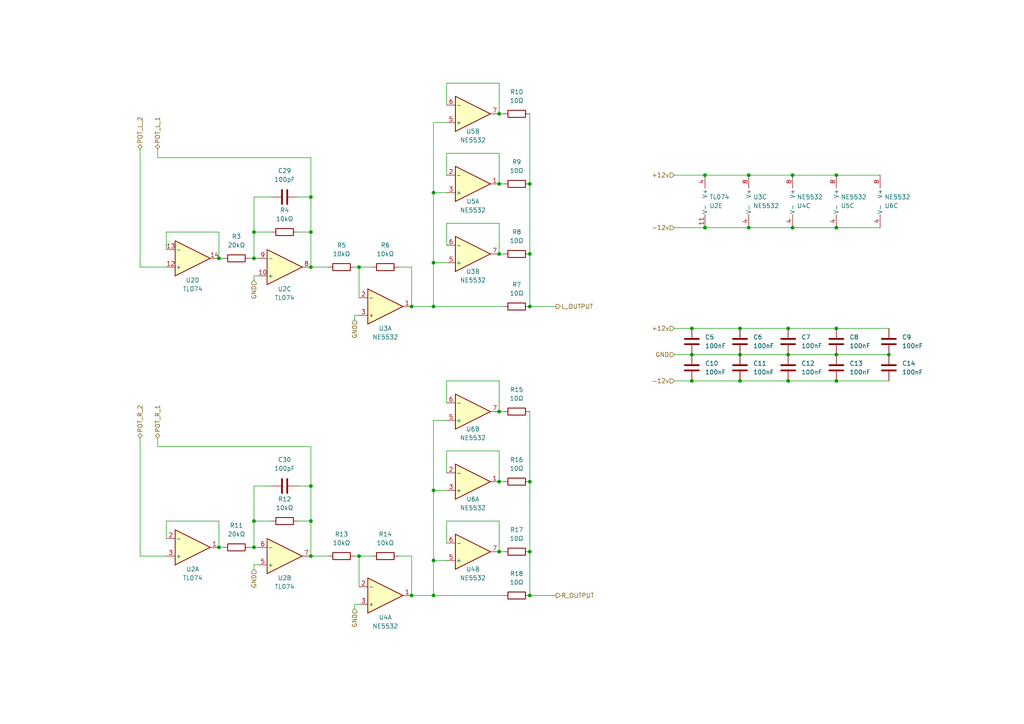
<source format=kicad_sch>
(kicad_sch (version 20250114) (generator "eeschema") (generator_version "9.0")
  (paper "A4")
  (title_block (title "Output") (date "2024-03-18") (rev "v1.1") (company "Free Modular"))
  (lib_symbols
    (symbol "Amplifier_Operational:NE5532" (pin_names (offset 0.127))
      (property "Reference" "U" (at 0 5.08 0))
      (property "Value" "NE5532" (at 0 -5.08 0))
      (symbol "NE5532_1_1"
        (polyline (pts (xy -5.08 5.08) (xy 5.08 0) (xy -5.08 -5.08) (xy -5.08 5.08)) (stroke (width 0.254)) (fill (type background)))
        (pin input line (at -7.62 2.54 0) (length 2.54) (name "+") (number "3"))
        (pin input line (at -7.62 -2.54 0) (length 2.54) (name "-") (number "2"))
        (pin output line (at 7.62 0 180) (length 2.54) (name "~") (number "1"))
      )
      (symbol "NE5532_2_1"
        (polyline (pts (xy -5.08 5.08) (xy 5.08 0) (xy -5.08 -5.08) (xy -5.08 5.08)) (stroke (width 0.254)) (fill (type background)))
        (pin input line (at -7.62 2.54 0) (length 2.54) (name "+") (number "5"))
        (pin input line (at -7.62 -2.54 0) (length 2.54) (name "-") (number "6"))
        (pin output line (at 7.62 0 180) (length 2.54) (name "~") (number "7"))
      )
      (symbol "NE5532_3_1"
        (pin power_in line (at -2.54 7.62 270) (length 3.81) (name "V+") (number "8"))
        (pin power_in line (at -2.54 -7.62 90) (length 3.81) (name "V-") (number "4"))
      )
    )
    (symbol "Amplifier_Operational:TL074" (pin_names (offset 0.127))
      (property "Reference" "U" (at 0 5.08 0))
      (property "Value" "TL074" (at 0 -5.08 0))
      (symbol "TL074_1_1"
        (polyline (pts (xy -5.08 5.08) (xy 5.08 0) (xy -5.08 -5.08) (xy -5.08 5.08)) (stroke (width 0.254)) (fill (type background)))
        (pin input line (at -7.62 2.54 0) (length 2.54) (name "+") (number "3"))
        (pin input line (at -7.62 -2.54 0) (length 2.54) (name "-") (number "2"))
        (pin output line (at 7.62 0 180) (length 2.54) (name "~") (number "1"))
      )
      (symbol "TL074_2_1"
        (polyline (pts (xy -5.08 5.08) (xy 5.08 0) (xy -5.08 -5.08) (xy -5.08 5.08)) (stroke (width 0.254)) (fill (type background)))
        (pin input line (at -7.62 2.54 0) (length 2.54) (name "+") (number "5"))
        (pin input line (at -7.62 -2.54 0) (length 2.54) (name "-") (number "6"))
        (pin output line (at 7.62 0 180) (length 2.54) (name "~") (number "7"))
      )
      (symbol "TL074_3_1"
        (polyline (pts (xy -5.08 5.08) (xy 5.08 0) (xy -5.08 -5.08) (xy -5.08 5.08)) (stroke (width 0.254)) (fill (type background)))
        (pin input line (at -7.62 2.54 0) (length 2.54) (name "+") (number "10"))
        (pin input line (at -7.62 -2.54 0) (length 2.54) (name "-") (number "9"))
        (pin output line (at 7.62 0 180) (length 2.54) (name "~") (number "8"))
      )
      (symbol "TL074_4_1"
        (polyline (pts (xy -5.08 5.08) (xy 5.08 0) (xy -5.08 -5.08) (xy -5.08 5.08)) (stroke (width 0.254)) (fill (type background)))
        (pin input line (at -7.62 2.54 0) (length 2.54) (name "+") (number "12"))
        (pin input line (at -7.62 -2.54 0) (length 2.54) (name "-") (number "13"))
        (pin output line (at 7.62 0 180) (length 2.54) (name "~") (number "14"))
      )
      (symbol "TL074_5_1"
        (pin power_in line (at -2.54 7.62 270) (length 3.81) (name "V+") (number "4"))
        (pin power_in line (at -2.54 -7.62 90) (length 3.81) (name "V-") (number "11"))
      )
    )
    (symbol "Device:C" (pin_numbers (hide yes)) (pin_names (offset 0.254))
      (property "Reference" "C" (at 0.635 2.54 0))
      (property "Value" "C" (at 0.635 -2.54 0))
      (symbol "C_0_1"
        (polyline (pts (xy -2.032 0.762) (xy 2.032 0.762)) (stroke (width 0.508)))
        (polyline (pts (xy -2.032 -0.762) (xy 2.032 -0.762)) (stroke (width 0.508)))
      )
      (symbol "C_1_1"
        (pin passive line (at 0 3.81 270) (length 2.794) (name "~") (number "1"))
        (pin passive line (at 0 -3.81 90) (length 2.794) (name "~") (number "2"))
      )
    )
    (symbol "Device:R" (pin_numbers (hide yes)) (pin_names (offset 0))
      (property "Reference" "R" (at 2.032 0 90))
      (property "Value" "R" (at 0 0 90))
      (symbol "R_0_1"
        (rectangle (start -1.016 -2.54) (end 1.016 2.54) (stroke (width 0.254)))
      )
      (symbol "R_1_1"
        (pin passive line (at 0 3.81 270) (length 1.27) (name "~") (number "1"))
        (pin passive line (at 0 -3.81 90) (length 1.27) (name "~") (number "2"))
      )
    )
  )
  (junction (at 214.63 110.49))
  (junction (at 214.63 102.87))
  (junction (at 90.17 140.97))
  (junction (at 204.47 50.8))
  (junction (at 144.78 33.02))
  (junction (at 144.78 53.34))
  (junction (at 144.78 119.38))
  (junction (at 90.17 161.29))
  (junction (at 144.78 139.7))
  (junction (at 125.73 142.24))
  (junction (at 119.38 172.72))
  (junction (at 200.66 110.49))
  (junction (at 153.67 88.9))
  (junction (at 242.57 110.49))
  (junction (at 63.5 158.75))
  (junction (at 242.57 50.8))
  (junction (at 153.67 53.34))
  (junction (at 73.66 74.93))
  (junction (at 63.5 74.93))
  (junction (at 214.63 95.25))
  (junction (at 257.81 102.87))
  (junction (at 229.87 50.8))
  (junction (at 228.6 95.25))
  (junction (at 228.6 110.49))
  (junction (at 90.17 77.47))
  (junction (at 217.17 50.8))
  (junction (at 104.14 161.29))
  (junction (at 125.73 172.72))
  (junction (at 217.17 66.04))
  (junction (at 204.47 66.04))
  (junction (at 119.38 88.9))
  (junction (at 200.66 102.87))
  (junction (at 242.57 66.04))
  (junction (at 125.73 76.2))
  (junction (at 153.67 73.66))
  (junction (at 125.73 88.9))
  (junction (at 242.57 102.87))
  (junction (at 73.66 151.13))
  (junction (at 228.6 102.87))
  (junction (at 90.17 57.15))
  (junction (at 153.67 172.72))
  (junction (at 125.73 55.88))
  (junction (at 104.14 77.47))
  (junction (at 144.78 160.02))
  (junction (at 125.73 162.56))
  (junction (at 229.87 66.04))
  (junction (at 144.78 73.66))
  (junction (at 242.57 95.25))
  (junction (at 73.66 158.75))
  (junction (at 153.67 139.7))
  (junction (at 90.17 67.31))
  (junction (at 200.66 95.25))
  (junction (at 73.66 67.31))
  (junction (at 90.17 151.13))
  (junction (at 153.67 160.02))
  (wire (pts (xy 125.73 172.72) (xy 125.73 162.56)))
  (wire (pts (xy 45.72 45.72) (xy 90.17 45.72)))
  (wire (pts (xy 73.66 140.97) (xy 78.74 140.97)))
  (wire (pts (xy 125.73 172.72) (xy 146.05 172.72)))
  (wire (pts (xy 125.73 142.24) (xy 125.73 162.56)))
  (wire (pts (xy 73.66 151.13) (xy 78.74 151.13)))
  (wire (pts (xy 72.39 158.75) (xy 73.66 158.75)))
  (wire (pts (xy 90.17 67.31) (xy 90.17 77.47)))
  (wire (pts (xy 48.26 72.39) (xy 48.26 67.31)))
  (wire (pts (xy 125.73 121.92) (xy 125.73 142.24)))
  (wire (pts (xy 204.47 50.8) (xy 217.17 50.8)))
  (wire (pts (xy 129.54 130.81) (xy 144.78 130.81)))
  (wire (pts (xy 153.67 119.38) (xy 153.67 139.7)))
  (wire (pts (xy 144.78 64.77) (xy 144.78 73.66)))
  (wire (pts (xy 40.64 43.18) (xy 40.64 77.47)))
  (wire (pts (xy 125.73 88.9) (xy 146.05 88.9)))
  (wire (pts (xy 195.58 102.87) (xy 200.66 102.87)))
  (wire (pts (xy 200.66 95.25) (xy 214.63 95.25)))
  (wire (pts (xy 102.87 77.47) (xy 104.14 77.47)))
  (wire (pts (xy 125.73 121.92) (xy 129.54 121.92)))
  (wire (pts (xy 63.5 151.13) (xy 63.5 158.75)))
  (wire (pts (xy 73.66 163.83) (xy 73.66 165.1)))
  (wire (pts (xy 73.66 74.93) (xy 74.93 74.93)))
  (wire (pts (xy 153.67 88.9) (xy 161.29 88.9)))
  (wire (pts (xy 125.73 35.56) (xy 125.73 55.88)))
  (wire (pts (xy 72.39 74.93) (xy 73.66 74.93)))
  (wire (pts (xy 125.73 55.88) (xy 129.54 55.88)))
  (wire (pts (xy 144.78 44.45) (xy 144.78 53.34)))
  (wire (pts (xy 40.64 127) (xy 40.64 161.29)))
  (wire (pts (xy 129.54 157.48) (xy 129.54 151.13)))
  (wire (pts (xy 144.78 119.38) (xy 146.05 119.38)))
  (wire (pts (xy 90.17 45.72) (xy 90.17 57.15)))
  (wire (pts (xy 40.64 77.47) (xy 48.26 77.47)))
  (wire (pts (xy 144.78 110.49) (xy 144.78 119.38)))
  (wire (pts (xy 40.64 161.29) (xy 48.26 161.29)))
  (wire (pts (xy 144.78 24.13) (xy 144.78 33.02)))
  (wire (pts (xy 129.54 116.84) (xy 129.54 110.49)))
  (wire (pts (xy 144.78 139.7) (xy 146.05 139.7)))
  (wire (pts (xy 119.38 161.29) (xy 119.38 172.72)))
  (wire (pts (xy 115.57 77.47) (xy 119.38 77.47)))
  (wire (pts (xy 242.57 95.25) (xy 257.81 95.25)))
  (wire (pts (xy 195.58 95.25) (xy 200.66 95.25)))
  (wire (pts (xy 63.5 158.75) (xy 64.77 158.75)))
  (wire (pts (xy 153.67 139.7) (xy 153.67 160.02)))
  (wire (pts (xy 125.73 35.56) (xy 129.54 35.56)))
  (wire (pts (xy 144.78 160.02) (xy 146.05 160.02)))
  (wire (pts (xy 73.66 158.75) (xy 74.93 158.75)))
  (wire (pts (xy 73.66 151.13) (xy 73.66 140.97)))
  (wire (pts (xy 104.14 91.44) (xy 102.87 91.44)))
  (wire (pts (xy 242.57 50.8) (xy 255.27 50.8)))
  (wire (pts (xy 217.17 50.8) (xy 229.87 50.8)))
  (wire (pts (xy 129.54 151.13) (xy 144.78 151.13)))
  (wire (pts (xy 129.54 71.12) (xy 129.54 64.77)))
  (wire (pts (xy 119.38 88.9) (xy 125.73 88.9)))
  (wire (pts (xy 102.87 175.26) (xy 102.87 176.53)))
  (wire (pts (xy 73.66 74.93) (xy 73.66 67.31)))
  (wire (pts (xy 86.36 140.97) (xy 90.17 140.97)))
  (wire (pts (xy 129.54 44.45) (xy 144.78 44.45)))
  (wire (pts (xy 195.58 110.49) (xy 200.66 110.49)))
  (wire (pts (xy 125.73 162.56) (xy 129.54 162.56)))
  (wire (pts (xy 129.54 64.77) (xy 144.78 64.77)))
  (wire (pts (xy 90.17 129.54) (xy 90.17 140.97)))
  (wire (pts (xy 214.63 95.25) (xy 228.6 95.25)))
  (wire (pts (xy 73.66 67.31) (xy 73.66 57.15)))
  (wire (pts (xy 90.17 140.97) (xy 90.17 151.13)))
  (wire (pts (xy 45.72 127) (xy 45.72 129.54)))
  (wire (pts (xy 48.26 151.13) (xy 63.5 151.13)))
  (wire (pts (xy 73.66 80.01) (xy 73.66 81.28)))
  (wire (pts (xy 229.87 66.04) (xy 242.57 66.04)))
  (wire (pts (xy 115.57 161.29) (xy 119.38 161.29)))
  (wire (pts (xy 104.14 77.47) (xy 104.14 86.36)))
  (wire (pts (xy 153.67 53.34) (xy 153.67 73.66)))
  (wire (pts (xy 63.5 74.93) (xy 64.77 74.93)))
  (wire (pts (xy 200.66 110.49) (xy 214.63 110.49)))
  (wire (pts (xy 144.78 53.34) (xy 146.05 53.34)))
  (wire (pts (xy 214.63 102.87) (xy 228.6 102.87)))
  (wire (pts (xy 129.54 24.13) (xy 144.78 24.13)))
  (wire (pts (xy 144.78 73.66) (xy 146.05 73.66)))
  (wire (pts (xy 45.72 129.54) (xy 90.17 129.54)))
  (wire (pts (xy 144.78 130.81) (xy 144.78 139.7)))
  (wire (pts (xy 125.73 142.24) (xy 129.54 142.24)))
  (wire (pts (xy 48.26 156.21) (xy 48.26 151.13)))
  (wire (pts (xy 144.78 33.02) (xy 146.05 33.02)))
  (wire (pts (xy 125.73 76.2) (xy 129.54 76.2)))
  (wire (pts (xy 195.58 66.04) (xy 204.47 66.04)))
  (wire (pts (xy 153.67 160.02) (xy 153.67 172.72)))
  (wire (pts (xy 86.36 67.31) (xy 90.17 67.31)))
  (wire (pts (xy 63.5 67.31) (xy 63.5 74.93)))
  (wire (pts (xy 48.26 67.31) (xy 63.5 67.31)))
  (wire (pts (xy 73.66 67.31) (xy 78.74 67.31)))
  (wire (pts (xy 217.17 66.04) (xy 229.87 66.04)))
  (wire (pts (xy 153.67 73.66) (xy 153.67 88.9)))
  (wire (pts (xy 129.54 110.49) (xy 144.78 110.49)))
  (wire (pts (xy 195.58 50.8) (xy 204.47 50.8)))
  (wire (pts (xy 45.72 43.18) (xy 45.72 45.72)))
  (wire (pts (xy 153.67 172.72) (xy 161.29 172.72)))
  (wire (pts (xy 119.38 172.72) (xy 125.73 172.72)))
  (wire (pts (xy 214.63 110.49) (xy 228.6 110.49)))
  (wire (pts (xy 229.87 50.8) (xy 242.57 50.8)))
  (wire (pts (xy 228.6 110.49) (xy 242.57 110.49)))
  (wire (pts (xy 90.17 77.47) (xy 95.25 77.47)))
  (wire (pts (xy 242.57 110.49) (xy 257.81 110.49)))
  (wire (pts (xy 228.6 95.25) (xy 242.57 95.25)))
  (wire (pts (xy 90.17 161.29) (xy 95.25 161.29)))
  (wire (pts (xy 242.57 66.04) (xy 255.27 66.04)))
  (wire (pts (xy 129.54 50.8) (xy 129.54 44.45)))
  (wire (pts (xy 86.36 151.13) (xy 90.17 151.13)))
  (wire (pts (xy 90.17 57.15) (xy 90.17 67.31)))
  (wire (pts (xy 73.66 57.15) (xy 78.74 57.15)))
  (wire (pts (xy 104.14 161.29) (xy 104.14 170.18)))
  (wire (pts (xy 102.87 161.29) (xy 104.14 161.29)))
  (wire (pts (xy 228.6 102.87) (xy 242.57 102.87)))
  (wire (pts (xy 125.73 88.9) (xy 125.73 76.2)))
  (wire (pts (xy 86.36 57.15) (xy 90.17 57.15)))
  (wire (pts (xy 73.66 158.75) (xy 73.66 151.13)))
  (wire (pts (xy 242.57 102.87) (xy 257.81 102.87)))
  (wire (pts (xy 200.66 102.87) (xy 214.63 102.87)))
  (wire (pts (xy 74.93 80.01) (xy 73.66 80.01)))
  (wire (pts (xy 129.54 30.48) (xy 129.54 24.13)))
  (wire (pts (xy 125.73 55.88) (xy 125.73 76.2)))
  (wire (pts (xy 104.14 175.26) (xy 102.87 175.26)))
  (wire (pts (xy 90.17 151.13) (xy 90.17 161.29)))
  (wire (pts (xy 74.93 163.83) (xy 73.66 163.83)))
  (wire (pts (xy 104.14 161.29) (xy 107.95 161.29)))
  (wire (pts (xy 104.14 77.47) (xy 107.95 77.47)))
  (wire (pts (xy 144.78 151.13) (xy 144.78 160.02)))
  (wire (pts (xy 102.87 91.44) (xy 102.87 92.71)))
  (wire (pts (xy 204.47 66.04) (xy 217.17 66.04)))
  (wire (pts (xy 119.38 77.47) (xy 119.38 88.9)))
  (wire (pts (xy 129.54 137.16) (xy 129.54 130.81)))
  (wire (pts (xy 153.67 33.02) (xy 153.67 53.34)))
  (hierarchical_label "L_OUTPUT" (shape output) (at 161.29 88.9 0))
  (hierarchical_label "R_OUTPUT" (shape output) (at 161.29 172.72 0))
  (hierarchical_label "GND" (shape input) (at 102.87 176.53 270))
  (hierarchical_label "POT_L_2" (shape bidirectional) (at 40.64 43.18 90))
  (hierarchical_label "POT_L_1" (shape bidirectional) (at 45.72 43.18 90))
  (hierarchical_label "GND" (shape input) (at 73.66 165.1 270))
  (hierarchical_label "-12v" (shape input) (at 195.58 110.49 180))
  (hierarchical_label "GND" (shape input) (at 195.58 102.87 180))
  (hierarchical_label "+12v" (shape input) (at 195.58 50.8 180))
  (hierarchical_label "POT_R_1" (shape bidirectional) (at 45.72 127 90))
  (hierarchical_label "GND" (shape input) (at 102.87 92.71 270))
  (hierarchical_label "POT_R_2" (shape bidirectional) (at 40.64 127 90))
  (hierarchical_label "+12v" (shape input) (at 195.58 95.25 180))
  (hierarchical_label "-12v" (shape input) (at 195.58 66.04 180))
  (hierarchical_label "GND" (shape input) (at 73.66 81.28 270))
  (symbol (lib_id "Device:R") (at 149.86 119.38 90) (unit 1)
    (property "Reference" "R15" (at 149.86 113.03 90))
    (property "Value" "10Ω" (at 149.86 115.57 90))
    (property "Footprint" "Resistor_THT:R_Axial_DIN0207_L6.3mm_D2.5mm_P10.16mm_Horizontal" (effects (hide yes)))
  )
  (symbol (lib_id "Device:C") (at 214.63 99.06 180) (unit 1)
    (property "Reference" "C6" (at 218.44 97.79 0) (effects (justify right)))
    (property "Value" "100nF" (at 218.44 100.33 0) (effects (justify right)))
    (property "Footprint" "Capacitor_THT:C_Disc_D4.7mm_W2.5mm_P5.00mm" (effects (hide yes)))
  )
  (symbol (lib_id "Device:R") (at 111.76 77.47 90) (unit 1)
    (property "Reference" "R6" (at 111.76 71.12 90))
    (property "Value" "10kΩ" (at 111.76 73.66 90))
    (property "Footprint" "Resistor_THT:R_Axial_DIN0207_L6.3mm_D2.5mm_P10.16mm_Horizontal" (effects (hide yes)))
  )
  (symbol (lib_id "Amplifier_Operational:TL074") (at 82.55 77.47 0) (mirror x) (unit 3)
    (property "Reference" "U2" (at 82.55 83.82 0))
    (property "Value" "TL074" (at 82.55 86.36 0))
    (property "Footprint" "Package_DIP:DIP-14_W7.62mm" (effects (hide yes)))
    (property "Datasheet" "http://www.ti.com/lit/ds/symlink/tl071.pdf" (effects (hide yes)))
  )
  (symbol (lib_id "Device:R") (at 149.86 160.02 90) (unit 1)
    (property "Reference" "R17" (at 149.86 153.67 90))
    (property "Value" "10Ω" (at 149.86 156.21 90))
    (property "Footprint" "Resistor_THT:R_Axial_DIN0207_L6.3mm_D2.5mm_P10.16mm_Horizontal" (effects (hide yes)))
  )
  (symbol (lib_id "Amplifier_Operational:TL074") (at 55.88 158.75 0) (mirror x) (unit 1)
    (property "Reference" "U2" (at 55.88 165.1 0))
    (property "Value" "TL074" (at 55.88 167.64 0))
    (property "Footprint" "Package_DIP:DIP-14_W7.62mm" (effects (hide yes)))
    (property "Datasheet" "http://www.ti.com/lit/ds/symlink/tl071.pdf" (effects (hide yes)))
  )
  (symbol (lib_id "Amplifier_Operational:TL074") (at 207.01 58.42 0) (unit 5)
    (property "Reference" "U2" (at 205.74 59.69 0) (effects (justify left)))
    (property "Value" "TL074" (at 205.74 57.15 0) (effects (justify left)))
    (property "Footprint" "Package_DIP:DIP-14_W7.62mm" (effects (hide yes)))
    (property "Datasheet" "http://www.ti.com/lit/ds/symlink/tl071.pdf" (effects (hide yes)))
  )
  (symbol (lib_id "Device:R") (at 149.86 139.7 90) (unit 1)
    (property "Reference" "R16" (at 149.86 133.35 90))
    (property "Value" "10Ω" (at 149.86 135.89 90))
    (property "Footprint" "Resistor_THT:R_Axial_DIN0207_L6.3mm_D2.5mm_P10.16mm_Horizontal" (effects (hide yes)))
  )
  (symbol (lib_id "Device:R") (at 82.55 67.31 90) (unit 1)
    (property "Reference" "R4" (at 82.55 60.96 90))
    (property "Value" "10kΩ" (at 82.55 63.5 90))
    (property "Footprint" "Resistor_THT:R_Axial_DIN0207_L6.3mm_D2.5mm_P10.16mm_Horizontal" (effects (hide yes)))
  )
  (symbol (lib_id "Device:R") (at 149.86 88.9 90) (unit 1)
    (property "Reference" "R7" (at 149.86 82.55 90))
    (property "Value" "10Ω" (at 149.86 85.09 90))
    (property "Footprint" "Resistor_THT:R_Axial_DIN0207_L6.3mm_D2.5mm_P10.16mm_Horizontal" (effects (hide yes)))
  )
  (symbol (lib_id "Amplifier_Operational:NE5532") (at 137.16 139.7 0) (mirror x) (unit 1)
    (property "Reference" "U6" (at 137.16 144.78 0))
    (property "Value" "NE5532" (at 137.16 147.32 0))
    (property "Footprint" "Package_DIP:DIP-8_W7.62mm" (effects (hide yes)))
    (property "Datasheet" "http://www.ti.com/lit/ds/symlink/ne5532.pdf" (effects (hide yes)))
  )
  (symbol (lib_id "Device:C") (at 82.55 57.15 90) (unit 1)
    (property "Reference" "C29" (at 82.55 49.53 90))
    (property "Value" "100pF" (at 82.55 52.07 90))
    (property "Footprint" "Capacitor_THT:C_Disc_D4.7mm_W2.5mm_P5.00mm" (effects (hide yes)))
  )
  (symbol (lib_id "Device:R") (at 149.86 73.66 90) (unit 1)
    (property "Reference" "R8" (at 149.86 67.31 90))
    (property "Value" "10Ω" (at 149.86 69.85 90))
    (property "Footprint" "Resistor_THT:R_Axial_DIN0207_L6.3mm_D2.5mm_P10.16mm_Horizontal" (effects (hide yes)))
  )
  (symbol (lib_id "Amplifier_Operational:TL074") (at 82.55 161.29 0) (mirror x) (unit 2)
    (property "Reference" "U2" (at 82.55 167.64 0))
    (property "Value" "TL074" (at 82.55 170.18 0))
    (property "Footprint" "Package_DIP:DIP-14_W7.62mm" (effects (hide yes)))
    (property "Datasheet" "http://www.ti.com/lit/ds/symlink/tl071.pdf" (effects (hide yes)))
  )
  (symbol (lib_id "Amplifier_Operational:NE5532") (at 227.33 58.42 0) (mirror y) (unit 3)
    (property "Reference" "U4" (at 231.14 59.69 0) (effects (justify right)))
    (property "Value" "NE5532" (at 231.14 57.15 0) (effects (justify right)))
    (property "Footprint" "Package_DIP:DIP-8_W7.62mm" (effects (hide yes)))
    (property "Datasheet" "http://www.ti.com/lit/ds/symlink/ne5532.pdf" (effects (hide yes)))
  )
  (symbol (lib_id "Device:R") (at 149.86 53.34 90) (unit 1)
    (property "Reference" "R9" (at 149.86 46.99 90))
    (property "Value" "10Ω" (at 149.86 49.53 90))
    (property "Footprint" "Resistor_THT:R_Axial_DIN0207_L6.3mm_D2.5mm_P10.16mm_Horizontal" (effects (hide yes)))
  )
  (symbol (lib_id "Device:R") (at 149.86 172.72 90) (unit 1)
    (property "Reference" "R18" (at 149.86 166.37 90))
    (property "Value" "10Ω" (at 149.86 168.91 90))
    (property "Footprint" "Resistor_THT:R_Axial_DIN0207_L6.3mm_D2.5mm_P10.16mm_Horizontal" (effects (hide yes)))
  )
  (symbol (lib_id "Device:R") (at 149.86 33.02 90) (unit 1)
    (property "Reference" "R10" (at 149.86 26.67 90))
    (property "Value" "10Ω" (at 149.86 29.21 90))
    (property "Footprint" "Resistor_THT:R_Axial_DIN0207_L6.3mm_D2.5mm_P10.16mm_Horizontal" (effects (hide yes)))
  )
  (symbol (lib_id "Amplifier_Operational:TL074") (at 55.88 74.93 0) (mirror x) (unit 4)
    (property "Reference" "U2" (at 55.88 81.28 0))
    (property "Value" "TL074" (at 55.88 83.82 0))
    (property "Footprint" "Package_DIP:DIP-14_W7.62mm" (effects (hide yes)))
    (property "Datasheet" "http://www.ti.com/lit/ds/symlink/tl071.pdf" (effects (hide yes)))
  )
  (symbol (lib_id "Amplifier_Operational:NE5532") (at 219.71 58.42 0) (unit 3)
    (property "Reference" "U3" (at 218.44 57.15 0) (effects (justify left)))
    (property "Value" "NE5532" (at 218.44 59.69 0) (effects (justify left)))
    (property "Footprint" "Package_DIP:DIP-8_W7.62mm" (effects (hide yes)))
    (property "Datasheet" "http://www.ti.com/lit/ds/symlink/ne5532.pdf" (effects (hide yes)))
  )
  (symbol (lib_id "Device:C") (at 82.55 140.97 90) (unit 1)
    (property "Reference" "C30" (at 82.55 133.35 90))
    (property "Value" "100pF" (at 82.55 135.89 90))
    (property "Footprint" "Capacitor_THT:C_Disc_D4.7mm_W2.5mm_P5.00mm" (effects (hide yes)))
  )
  (symbol (lib_id "Device:C") (at 257.81 106.68 180) (unit 1)
    (property "Reference" "C14" (at 261.62 105.41 0) (effects (justify right)))
    (property "Value" "100nF" (at 261.62 107.95 0) (effects (justify right)))
    (property "Footprint" "Capacitor_THT:C_Disc_D4.7mm_W2.5mm_P5.00mm" (effects (hide yes)))
  )
  (symbol (lib_id "Device:C") (at 200.66 106.68 180) (unit 1)
    (property "Reference" "C10" (at 204.47 105.41 0) (effects (justify right)))
    (property "Value" "100nF" (at 204.47 107.95 0) (effects (justify right)))
    (property "Footprint" "Capacitor_THT:C_Disc_D4.7mm_W2.5mm_P5.00mm" (effects (hide yes)))
  )
  (symbol (lib_id "Device:R") (at 111.76 161.29 90) (unit 1)
    (property "Reference" "R14" (at 111.76 154.94 90))
    (property "Value" "10kΩ" (at 111.76 157.48 90))
    (property "Footprint" "Resistor_THT:R_Axial_DIN0207_L6.3mm_D2.5mm_P10.16mm_Horizontal" (effects (hide yes)))
  )
  (symbol (lib_id "Amplifier_Operational:NE5532") (at 111.76 88.9 0) (mirror x) (unit 1)
    (property "Reference" "U3" (at 111.76 95.25 0))
    (property "Value" "NE5532" (at 111.76 97.79 0))
    (property "Footprint" "Package_DIP:DIP-8_W7.62mm" (effects (hide yes)))
    (property "Datasheet" "http://www.ti.com/lit/ds/symlink/ne5532.pdf" (effects (hide yes)))
  )
  (symbol (lib_id "Device:C") (at 228.6 99.06 180) (unit 1)
    (property "Reference" "C7" (at 232.41 97.79 0) (effects (justify right)))
    (property "Value" "100nF" (at 232.41 100.33 0) (effects (justify right)))
    (property "Footprint" "Capacitor_THT:C_Disc_D4.7mm_W2.5mm_P5.00mm" (effects (hide yes)))
  )
  (symbol (lib_id "Amplifier_Operational:NE5532") (at 137.16 73.66 0) (mirror x) (unit 2)
    (property "Reference" "U3" (at 137.16 78.74 0))
    (property "Value" "NE5532" (at 137.16 81.28 0))
    (property "Footprint" "Package_DIP:DIP-8_W7.62mm" (effects (hide yes)))
    (property "Datasheet" "http://www.ti.com/lit/ds/symlink/ne5532.pdf" (effects (hide yes)))
  )
  (symbol (lib_id "Device:R") (at 99.06 161.29 90) (unit 1)
    (property "Reference" "R13" (at 99.06 154.94 90))
    (property "Value" "10kΩ" (at 99.06 157.48 90))
    (property "Footprint" "Resistor_THT:R_Axial_DIN0207_L6.3mm_D2.5mm_P10.16mm_Horizontal" (effects (hide yes)))
  )
  (symbol (lib_id "Amplifier_Operational:NE5532") (at 137.16 33.02 0) (mirror x) (unit 2)
    (property "Reference" "U5" (at 137.16 38.1 0))
    (property "Value" "NE5532" (at 137.16 40.64 0))
    (property "Footprint" "Package_DIP:DIP-8_W7.62mm" (effects (hide yes)))
    (property "Datasheet" "http://www.ti.com/lit/ds/symlink/ne5532.pdf" (effects (hide yes)))
  )
  (symbol (lib_id "Amplifier_Operational:NE5532") (at 252.73 58.42 0) (mirror y) (unit 3)
    (property "Reference" "U6" (at 256.54 59.69 0) (effects (justify right)))
    (property "Value" "NE5532" (at 256.54 57.15 0) (effects (justify right)))
    (property "Footprint" "Package_DIP:DIP-8_W7.62mm" (effects (hide yes)))
    (property "Datasheet" "http://www.ti.com/lit/ds/symlink/ne5532.pdf" (effects (hide yes)))
  )
  (symbol (lib_id "Device:C") (at 257.81 99.06 180) (unit 1)
    (property "Reference" "C9" (at 261.62 97.79 0) (effects (justify right)))
    (property "Value" "100nF" (at 261.62 100.33 0) (effects (justify right)))
    (property "Footprint" "Capacitor_THT:C_Disc_D4.7mm_W2.5mm_P5.00mm" (effects (hide yes)))
  )
  (symbol (lib_id "Amplifier_Operational:NE5532") (at 137.16 119.38 0) (mirror x) (unit 2)
    (property "Reference" "U6" (at 137.16 124.46 0))
    (property "Value" "NE5532" (at 137.16 127 0))
    (property "Footprint" "Package_DIP:DIP-8_W7.62mm" (effects (hide yes)))
    (property "Datasheet" "http://www.ti.com/lit/ds/symlink/ne5532.pdf" (effects (hide yes)))
  )
  (symbol (lib_id "Amplifier_Operational:NE5532") (at 137.16 160.02 0) (mirror x) (unit 2)
    (property "Reference" "U4" (at 137.16 165.1 0))
    (property "Value" "NE5532" (at 137.16 167.64 0))
    (property "Footprint" "Package_DIP:DIP-8_W7.62mm" (effects (hide yes)))
    (property "Datasheet" "http://www.ti.com/lit/ds/symlink/ne5532.pdf" (effects (hide yes)))
  )
  (symbol (lib_id "Device:C") (at 242.57 99.06 180) (unit 1)
    (property "Reference" "C8" (at 246.38 97.79 0) (effects (justify right)))
    (property "Value" "100nF" (at 246.38 100.33 0) (effects (justify right)))
    (property "Footprint" "Capacitor_THT:C_Disc_D4.7mm_W2.5mm_P5.00mm" (effects (hide yes)))
  )
  (symbol (lib_id "Device:R") (at 99.06 77.47 90) (unit 1)
    (property "Reference" "R5" (at 99.06 71.12 90))
    (property "Value" "10kΩ" (at 99.06 73.66 90))
    (property "Footprint" "Resistor_THT:R_Axial_DIN0207_L6.3mm_D2.5mm_P10.16mm_Horizontal" (effects (hide yes)))
  )
  (symbol (lib_id "Device:R") (at 68.58 158.75 90) (unit 1)
    (property "Reference" "R11" (at 68.58 152.4 90))
    (property "Value" "20kΩ" (at 68.58 154.94 90))
    (property "Footprint" "Resistor_THT:R_Axial_DIN0207_L6.3mm_D2.5mm_P10.16mm_Horizontal" (effects (hide yes)))
  )
  (symbol (lib_id "Device:R") (at 68.58 74.93 90) (unit 1)
    (property "Reference" "R3" (at 68.58 68.58 90))
    (property "Value" "20kΩ" (at 68.58 71.12 90))
    (property "Footprint" "Resistor_THT:R_Axial_DIN0207_L6.3mm_D2.5mm_P10.16mm_Horizontal" (effects (hide yes)))
  )
  (symbol (lib_id "Device:C") (at 200.66 99.06 180) (unit 1)
    (property "Reference" "C5" (at 204.47 97.79 0) (effects (justify right)))
    (property "Value" "100nF" (at 204.47 100.33 0) (effects (justify right)))
    (property "Footprint" "Capacitor_THT:C_Disc_D4.7mm_W2.5mm_P5.00mm" (effects (hide yes)))
  )
  (symbol (lib_id "Amplifier_Operational:NE5532") (at 137.16 53.34 0) (mirror x) (unit 1)
    (property "Reference" "U5" (at 137.16 58.42 0))
    (property "Value" "NE5532" (at 137.16 60.96 0))
    (property "Footprint" "Package_DIP:DIP-8_W7.62mm" (effects (hide yes)))
    (property "Datasheet" "http://www.ti.com/lit/ds/symlink/ne5532.pdf" (effects (hide yes)))
  )
  (symbol (lib_id "Device:C") (at 214.63 106.68 180) (unit 1)
    (property "Reference" "C11" (at 218.44 105.41 0) (effects (justify right)))
    (property "Value" "100nF" (at 218.44 107.95 0) (effects (justify right)))
    (property "Footprint" "Capacitor_THT:C_Disc_D4.7mm_W2.5mm_P5.00mm" (effects (hide yes)))
  )
  (symbol (lib_id "Amplifier_Operational:NE5532") (at 240.03 58.42 0) (mirror y) (unit 3)
    (property "Reference" "U5" (at 243.84 59.69 0) (effects (justify right)))
    (property "Value" "NE5532" (at 243.84 57.15 0) (effects (justify right)))
    (property "Footprint" "Package_DIP:DIP-8_W7.62mm" (effects (hide yes)))
    (property "Datasheet" "http://www.ti.com/lit/ds/symlink/ne5532.pdf" (effects (hide yes)))
  )
  (symbol (lib_id "Device:C") (at 228.6 106.68 180) (unit 1)
    (property "Reference" "C12" (at 232.41 105.41 0) (effects (justify right)))
    (property "Value" "100nF" (at 232.41 107.95 0) (effects (justify right)))
    (property "Footprint" "Capacitor_THT:C_Disc_D4.7mm_W2.5mm_P5.00mm" (effects (hide yes)))
  )
  (symbol (lib_id "Amplifier_Operational:NE5532") (at 111.76 172.72 0) (mirror x) (unit 1)
    (property "Reference" "U4" (at 111.76 179.07 0))
    (property "Value" "NE5532" (at 111.76 181.61 0))
    (property "Footprint" "Package_DIP:DIP-8_W7.62mm" (effects (hide yes)))
    (property "Datasheet" "http://www.ti.com/lit/ds/symlink/ne5532.pdf" (effects (hide yes)))
  )
  (symbol (lib_id "Device:R") (at 82.55 151.13 90) (unit 1)
    (property "Reference" "R12" (at 82.55 144.78 90))
    (property "Value" "10kΩ" (at 82.55 147.32 90))
    (property "Footprint" "Resistor_THT:R_Axial_DIN0207_L6.3mm_D2.5mm_P10.16mm_Horizontal" (effects (hide yes)))
  )
  (symbol (lib_id "Device:C") (at 242.57 106.68 180) (unit 1)
    (property "Reference" "C13" (at 246.38 105.41 0) (effects (justify right)))
    (property "Value" "100nF" (at 246.38 107.95 0) (effects (justify right)))
    (property "Footprint" "Capacitor_THT:C_Disc_D4.7mm_W2.5mm_P5.00mm" (effects (hide yes)))
  )
)
</source>
